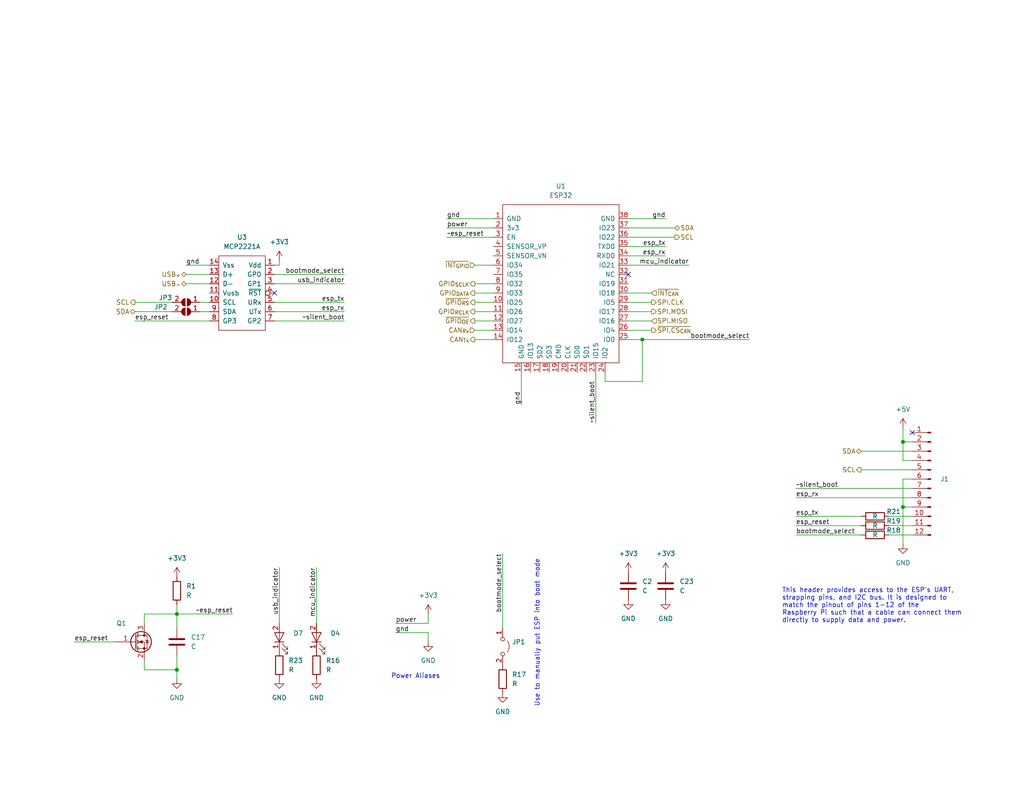
<source format=kicad_sch>
(kicad_sch (version 20210621) (generator eeschema)
  (paper "A")
  (title_block (date "2021-08-07") (rev "0.2.1"))
  (lib_symbols
    (symbol "Connector:Conn_01x12_Male" (pin_names (offset 1.016) hide)
      (property "Reference" "J" (at 0 15.24 0))
      (property "Value" "Conn_01x12_Male" (at 0 -17.78 0))
      (symbol "Conn_01x12_Male_1_1"
        (rectangle (start 0.8636 -15.113) (end 0 -15.367) (stroke (width 0.1524)) (fill (type outline)))
        (rectangle (start 0.8636 -12.573) (end 0 -12.827) (stroke (width 0.1524)) (fill (type outline)))
        (rectangle (start 0.8636 -10.033) (end 0 -10.287) (stroke (width 0.1524)) (fill (type outline)))
        (rectangle (start 0.8636 -7.493) (end 0 -7.747) (stroke (width 0.1524)) (fill (type outline)))
        (rectangle (start 0.8636 -4.953) (end 0 -5.207) (stroke (width 0.1524)) (fill (type outline)))
        (rectangle (start 0.8636 -2.413) (end 0 -2.667) (stroke (width 0.1524)) (fill (type outline)))
        (rectangle (start 0.8636 0.127) (end 0 -0.127) (stroke (width 0.1524)) (fill (type outline)))
        (rectangle (start 0.8636 2.667) (end 0 2.413) (stroke (width 0.1524)) (fill (type outline)))
        (rectangle (start 0.8636 5.207) (end 0 4.953) (stroke (width 0.1524)) (fill (type outline)))
        (rectangle (start 0.8636 7.747) (end 0 7.493) (stroke (width 0.1524)) (fill (type outline)))
        (rectangle (start 0.8636 10.287) (end 0 10.033) (stroke (width 0.1524)) (fill (type outline)))
        (rectangle (start 0.8636 12.827) (end 0 12.573) (stroke (width 0.1524)) (fill (type outline)))
        (polyline (pts (xy 1.27 -15.24) (xy 0.8636 -15.24)) (stroke (width 0.1524)))
        (polyline (pts (xy 1.27 -12.7) (xy 0.8636 -12.7)) (stroke (width 0.1524)))
        (polyline (pts (xy 1.27 -10.16) (xy 0.8636 -10.16)) (stroke (width 0.1524)))
        (polyline (pts (xy 1.27 -7.62) (xy 0.8636 -7.62)) (stroke (width 0.1524)))
        (polyline (pts (xy 1.27 -5.08) (xy 0.8636 -5.08)) (stroke (width 0.1524)))
        (polyline (pts (xy 1.27 -2.54) (xy 0.8636 -2.54)) (stroke (width 0.1524)))
        (polyline (pts (xy 1.27 0) (xy 0.8636 0)) (stroke (width 0.1524)))
        (polyline (pts (xy 1.27 2.54) (xy 0.8636 2.54)) (stroke (width 0.1524)))
        (polyline (pts (xy 1.27 5.08) (xy 0.8636 5.08)) (stroke (width 0.1524)))
        (polyline (pts (xy 1.27 7.62) (xy 0.8636 7.62)) (stroke (width 0.1524)))
        (polyline (pts (xy 1.27 10.16) (xy 0.8636 10.16)) (stroke (width 0.1524)))
        (polyline (pts (xy 1.27 12.7) (xy 0.8636 12.7)) (stroke (width 0.1524)))
        (pin passive line (at 5.08 12.7 180) (length 3.81) (name "Pin_1") (number "1"))
        (pin passive line (at 5.08 -10.16 180) (length 3.81) (name "Pin_10") (number "10"))
        (pin passive line (at 5.08 -12.7 180) (length 3.81) (name "Pin_11") (number "11"))
        (pin passive line (at 5.08 -15.24 180) (length 3.81) (name "Pin_12") (number "12"))
        (pin passive line (at 5.08 10.16 180) (length 3.81) (name "Pin_2") (number "2"))
        (pin passive line (at 5.08 7.62 180) (length 3.81) (name "Pin_3") (number "3"))
        (pin passive line (at 5.08 5.08 180) (length 3.81) (name "Pin_4") (number "4"))
        (pin passive line (at 5.08 2.54 180) (length 3.81) (name "Pin_5") (number "5"))
        (pin passive line (at 5.08 0 180) (length 3.81) (name "Pin_6") (number "6"))
        (pin passive line (at 5.08 -2.54 180) (length 3.81) (name "Pin_7") (number "7"))
        (pin passive line (at 5.08 -5.08 180) (length 3.81) (name "Pin_8") (number "8"))
        (pin passive line (at 5.08 -7.62 180) (length 3.81) (name "Pin_9") (number "9"))
      )
    )
    (symbol "Device:C" (pin_numbers hide) (pin_names (offset 0.254))
      (property "Reference" "C" (at 0.635 2.54 0))
      (property "Value" "C" (at 0.635 -2.54 0))
      (symbol "C_0_1"
        (polyline (pts (xy -2.032 -0.762) (xy 2.032 -0.762)) (stroke (width 0.508)))
        (polyline (pts (xy -2.032 0.762) (xy 2.032 0.762)) (stroke (width 0.508)))
      )
      (symbol "C_1_1"
        (pin passive line (at 0 3.81 270) (length 2.794) (name "~") (number "1"))
        (pin passive line (at 0 -3.81 90) (length 2.794) (name "~") (number "2"))
      )
    )
    (symbol "Device:R" (pin_numbers hide) (pin_names (offset 0))
      (property "Reference" "R" (at 2.032 0 90))
      (property "Value" "R" (at 0 0 90))
      (symbol "R_0_1"
        (rectangle (start -1.016 -2.54) (end 1.016 2.54) (stroke (width 0.254)))
      )
      (symbol "R_1_1"
        (pin passive line (at 0 3.81 270) (length 1.27) (name "~") (number "1"))
        (pin passive line (at 0 -3.81 90) (length 1.27) (name "~") (number "2"))
      )
    )
    (symbol "Jumper:Jumper_2_Open" (pin_names (offset 0) hide)
      (property "Reference" "JP" (at 0 2.794 0))
      (property "Value" "Jumper_2_Open" (at 0 -2.286 0))
      (symbol "Jumper_2_Open_0_0"
        (circle (center -2.032 0) (radius 0.508))
        (circle (center 2.032 0) (radius 0.508))
      )
      (symbol "Jumper_2_Open_0_1"
        (arc (start -1.524 1.27) (end 1.524 1.27) (radius (at 0 -0.762) (length 2.54) (angles 126.9 53.1)))
      )
      (symbol "Jumper_2_Open_1_1"
        (pin passive line (at -5.08 0 0) (length 2.54) (name "A") (number "1"))
        (pin passive line (at 5.08 0 180) (length 2.54) (name "B") (number "2"))
      )
    )
    (symbol "Jumper:SolderJumper_2_Open" (pin_names (offset 0) hide)
      (property "Reference" "JP" (at 0 2.032 0))
      (property "Value" "SolderJumper_2_Open" (at 0 -2.54 0))
      (symbol "SolderJumper_2_Open_0_1"
        (arc (start -0.254 1.016) (end -0.254 -1.016) (radius (at -0.254 0) (length 1.016) (angles 90.1 -90.1)))
        (arc (start 0.254 -1.016) (end 0.254 1.016) (radius (at 0.254 0) (length 1.016) (angles -89.9 89.9)))
        (arc (start -0.254 1.016) (end -0.254 -1.016) (radius (at -0.254 0) (length 1.016) (angles 90.1 -90.1)) (fill (type outline)))
        (arc (start 0.254 -1.016) (end 0.254 1.016) (radius (at 0.254 0) (length 1.016) (angles -89.9 89.9)) (fill (type outline)))
        (polyline (pts (xy -0.254 1.016) (xy -0.254 -1.016)))
        (polyline (pts (xy 0.254 1.016) (xy 0.254 -1.016)))
      )
      (symbol "SolderJumper_2_Open_1_1"
        (pin passive line (at -3.81 0 0) (length 2.54) (name "A") (number "1"))
        (pin passive line (at 3.81 0 180) (length 2.54) (name "B") (number "2"))
      )
    )
    (symbol "ecafe-racer:DMN62D0U-7" (pin_names (offset 1.016) hide)
      (property "Reference" "Q" (at -8.89 17.78 0))
      (property "Value" "DMN62D0U-7" (at -1.27 17.78 0))
      (symbol "DMN62D0U-7_1_1"
        (circle (center -0.889 0) (radius 2.8194) (stroke (width 0.254)))
        (circle (center 0 -1.778) (radius 0.2794) (fill (type outline)))
        (circle (center 0 1.778) (radius 0.2794) (fill (type outline)))
        (polyline (pts (xy -2.4892 0) (xy -2.286 0)))
        (polyline (pts (xy -1.778 -1.778) (xy 0 -1.778)))
        (polyline (pts (xy -1.778 -1.27) (xy -1.778 -2.286)) (stroke (width 0.254)))
        (polyline (pts (xy -1.778 0) (xy 0 0)))
        (polyline (pts (xy -1.778 0.508) (xy -1.778 -0.508)) (stroke (width 0.254)))
        (polyline (pts (xy -1.778 1.778) (xy 0 1.778)))
        (polyline (pts (xy -1.778 2.286) (xy -1.778 1.27)) (stroke (width 0.254)))
        (polyline (pts (xy 0 -1.778) (xy 0 -2.54)))
        (polyline (pts (xy 0 -1.778) (xy 0 0)))
        (polyline (pts (xy 0 2.54) (xy 0 1.778)))
        (polyline (pts (xy -2.286 1.905) (xy -2.286 -1.905) (xy -2.286 -1.905)) (stroke (width 0.254)))
        (polyline (pts (xy 0 -1.778) (xy 0.762 -1.778) (xy 0.762 1.778) (xy 0 1.778)))
        (polyline (pts (xy 0.254 0.508) (xy 0.381 0.381) (xy 1.143 0.381) (xy 1.27 0.254)))
        (polyline (pts (xy 0.762 0.381) (xy 0.381 -0.254) (xy 1.143 -0.254) (xy 0.762 0.381)))
        (polyline (pts (xy -1.524 0) (xy -0.508 0.381) (xy -0.508 -0.381) (xy -1.524 0)) (fill (type outline)))
        (pin input line (at -7.62 0 0) (length 5.08) (name "G") (number "1"))
        (pin passive line (at 0 -5.08 90) (length 2.54) (name "S") (number "2"))
        (pin passive line (at 0 5.08 270) (length 2.54) (name "D") (number "3"))
      )
    )
    (symbol "ecafe-racer:ESP32" (pin_names (offset 1.016))
      (property "Reference" "U" (at -6.604 24.892 0))
      (property "Value" "ESP32" (at -12.954 24.892 0))
      (symbol "ESP32_0_1"
        (rectangle (start -16.51 22.86) (end 15.24 -20.32))
      )
      (symbol "ESP32_1_1"
        (pin input line (at -19.05 19.05 0) (length 2.54) (name "GND") (number "1"))
        (pin input line (at -19.05 -3.81 0) (length 2.54) (name "IO25") (number "10"))
        (pin input line (at -19.05 -6.35 0) (length 2.54) (name "IO26") (number "11"))
        (pin input line (at -19.05 -8.89 0) (length 2.54) (name "IO27") (number "12"))
        (pin input line (at -19.05 -11.43 0) (length 2.54) (name "IO14") (number "13"))
        (pin input line (at -19.05 -13.97 0) (length 2.54) (name "IO12") (number "14"))
        (pin input line (at -11.43 -22.86 90) (length 2.54) (name "GND") (number "15"))
        (pin input line (at -8.89 -22.86 90) (length 2.54) (name "IO13") (number "16"))
        (pin input line (at -6.35 -22.86 90) (length 2.54) (name "SD2") (number "17"))
        (pin input line (at -3.81 -22.86 90) (length 2.54) (name "SD3") (number "18"))
        (pin input line (at -1.27 -22.86 90) (length 2.54) (name "CMD") (number "19"))
        (pin input line (at -19.05 16.51 0) (length 2.54) (name "3v3") (number "2"))
        (pin input line (at 1.27 -22.86 90) (length 2.54) (name "CLK") (number "20"))
        (pin input line (at 3.81 -22.86 90) (length 2.54) (name "SD0") (number "21"))
        (pin input line (at 6.35 -22.86 90) (length 2.54) (name "SD1") (number "22"))
        (pin input line (at 8.89 -22.86 90) (length 2.54) (name "IO15") (number "23"))
        (pin input line (at 11.43 -22.86 90) (length 2.54) (name "IO2") (number "24"))
        (pin input line (at 17.78 -13.97 180) (length 2.54) (name "IO0") (number "25"))
        (pin input line (at 17.78 -11.43 180) (length 2.54) (name "IO4") (number "26"))
        (pin input line (at 17.78 -8.89 180) (length 2.54) (name "IO16") (number "27"))
        (pin input line (at 17.78 -6.35 180) (length 2.54) (name "IO17") (number "28"))
        (pin input line (at 17.78 -3.81 180) (length 2.54) (name "IO5") (number "29"))
        (pin input line (at -19.05 13.97 0) (length 2.54) (name "EN") (number "3"))
        (pin input line (at 17.78 -1.27 180) (length 2.54) (name "IO18") (number "30"))
        (pin input line (at 17.78 1.27 180) (length 2.54) (name "IO19") (number "31"))
        (pin input line (at 17.78 3.81 180) (length 2.54) (name "NC") (number "32"))
        (pin input line (at 17.78 6.35 180) (length 2.54) (name "IO21") (number "33"))
        (pin input line (at 17.78 8.89 180) (length 2.54) (name "RXD0") (number "34"))
        (pin input line (at 17.78 11.43 180) (length 2.54) (name "TXD0") (number "35"))
        (pin input line (at 17.78 13.97 180) (length 2.54) (name "IO22") (number "36"))
        (pin input line (at 17.78 16.51 180) (length 2.54) (name "IO23") (number "37"))
        (pin input line (at 17.78 19.05 180) (length 2.54) (name "GND") (number "38"))
        (pin input line (at -19.05 11.43 0) (length 2.54) (name "SENSOR_VP") (number "4"))
        (pin input line (at -19.05 8.89 0) (length 2.54) (name "SENSOR_VN") (number "5"))
        (pin input line (at -19.05 6.35 0) (length 2.54) (name "IO34") (number "6"))
        (pin input line (at -19.05 3.81 0) (length 2.54) (name "IO35") (number "7"))
        (pin input line (at -19.05 1.27 0) (length 2.54) (name "IO32") (number "8"))
        (pin input line (at -19.05 -1.27 0) (length 2.54) (name "IO33") (number "9"))
      )
    )
    (symbol "ecafe-racer:LED_Green" (pin_names (offset 1.016))
      (property "Reference" "D" (at 3.81 3.81 0))
      (property "Value" "LED_Green" (at -3.81 3.81 0))
      (symbol "LED_Green_1_1"
        (polyline (pts (xy -1.27 -1.27) (xy -1.27 1.27)) (stroke (width 0.2032)))
        (polyline (pts (xy -1.27 0) (xy 1.27 0)))
        (polyline (pts (xy 1.27 -1.27) (xy 1.27 1.27) (xy -1.27 0) (xy 1.27 -1.27)) (stroke (width 0.2032)))
        (polyline (pts (xy -3.048 -0.762) (xy -4.572 -2.286) (xy -3.81 -2.286) (xy -4.572 -2.286) (xy -4.572 -1.524)))
        (polyline (pts (xy -1.778 -0.762) (xy -3.302 -2.286) (xy -2.54 -2.286) (xy -3.302 -2.286) (xy -3.302 -1.524)))
        (pin passive line (at -3.81 0 0) (length 2.54) (name "~") (number "1"))
        (pin passive line (at 3.81 0 180) (length 2.54) (name "~") (number "2"))
      )
    )
    (symbol "ecafe-racer:MCP2221A" (pin_names (offset 1.016))
      (property "Reference" "U" (at 6.35 12.7 0))
      (property "Value" "MCP2221A" (at -1.27 12.7 0))
      (symbol "MCP2221A_0_1"
        (rectangle (start -6.35 10.16) (end 6.35 -10.16))
      )
      (symbol "MCP2221A_1_1"
        (pin power_in line (at -8.89 7.62 0) (length 2.54) (name "Vdd") (number "1"))
        (pin output line (at 8.89 -2.54 180) (length 2.54) (name "SCL") (number "10"))
        (pin power_out line (at 8.89 0 180) (length 2.54) (name "Vusb") (number "11"))
        (pin bidirectional line (at 8.89 2.54 180) (length 2.54) (name "D-") (number "12"))
        (pin bidirectional line (at 8.89 5.08 180) (length 2.54) (name "D+") (number "13"))
        (pin power_in line (at 8.89 7.62 180) (length 2.54) (name "Vss") (number "14"))
        (pin output line (at -8.89 5.08 0) (length 2.54) (name "GP0") (number "2"))
        (pin output line (at -8.89 2.54 0) (length 2.54) (name "GP1") (number "3"))
        (pin input inverted (at -8.89 0 0) (length 2.54) (name "~{RST}") (number "4"))
        (pin input line (at -8.89 -2.54 0) (length 2.54) (name "URx") (number "5"))
        (pin output line (at -8.89 -5.08 0) (length 2.54) (name "UTx") (number "6"))
        (pin output line (at -8.89 -7.62 0) (length 2.54) (name "GP2") (number "7"))
        (pin output line (at 8.89 -7.62 180) (length 2.54) (name "GP3") (number "8"))
        (pin bidirectional line (at 8.89 -5.08 180) (length 2.54) (name "SDA") (number "9"))
      )
    )
    (symbol "power:+3.3V" (power) (pin_names (offset 0))
      (property "Value" "+3.3V" (at 0 3.556 0))
      (symbol "+3.3V_0_1"
        (polyline (pts (xy -0.762 1.27) (xy 0 2.54)))
        (polyline (pts (xy 0 0) (xy 0 2.54)))
        (polyline (pts (xy 0 2.54) (xy 0.762 1.27)))
      )
      (symbol "+3.3V_1_1"
        (pin power_in line (at 0 0 90) (length 0) hide (name "+3V3") (number "1"))
      )
    )
    (symbol "power:+5V" (power) (pin_names (offset 0))
      (property "Value" "+5V" (at 0 3.556 0))
      (symbol "+5V_0_1"
        (polyline (pts (xy -0.762 1.27) (xy 0 2.54)))
        (polyline (pts (xy 0 0) (xy 0 2.54)))
        (polyline (pts (xy 0 2.54) (xy 0.762 1.27)))
      )
      (symbol "+5V_1_1"
        (pin power_in line (at 0 0 90) (length 0) hide (name "+5V") (number "1"))
      )
    )
    (symbol "power:GND" (power) (pin_names (offset 0))
      (property "Value" "GND" (at 0 -3.81 0))
      (symbol "GND_0_1"
        (polyline (pts (xy 0 0) (xy 0 -1.27) (xy 1.27 -1.27) (xy 0 -2.54) (xy -1.27 -1.27) (xy 0 -1.27)))
      )
      (symbol "GND_1_1"
        (pin power_in line (at 0 0 270) (length 0) hide (name "GND") (number "1"))
      )
    )
  )
  (junction (at 48.26 167.64) (diameter 0.9144))
  (junction (at 48.26 182.88) (diameter 0.9144))
  (junction (at 175.26 92.71) (diameter 0.9144))
  (junction (at 246.38 120.65) (diameter 0.9144))
  (junction (at 246.38 138.43) (diameter 0.9144))
  (no_connect (at 74.93 80.01))
  (no_connect (at 171.45 74.93))
  (no_connect (at 248.92 118.11))
  (wire (pts (xy 20.32 175.26) (xy 31.75 175.26)))
  (wire (pts (xy 36.83 82.55) (xy 46.99 82.55)))
  (wire (pts (xy 36.83 85.09) (xy 46.99 85.09)))
  (wire (pts (xy 36.83 87.63) (xy 57.15 87.63)))
  (wire (pts (xy 39.37 167.64) (xy 48.26 167.64)))
  (wire (pts (xy 39.37 170.18) (xy 39.37 167.64)))
  (wire (pts (xy 39.37 180.34) (xy 39.37 182.88)))
  (wire (pts (xy 39.37 182.88) (xy 48.26 182.88)))
  (wire (pts (xy 48.26 165.1) (xy 48.26 167.64)))
  (wire (pts (xy 48.26 167.64) (xy 48.26 171.45)))
  (wire (pts (xy 48.26 167.64) (xy 63.5 167.64)))
  (wire (pts (xy 48.26 182.88) (xy 48.26 179.07)))
  (wire (pts (xy 48.26 182.88) (xy 48.26 185.42)))
  (wire (pts (xy 50.8 72.39) (xy 57.15 72.39)))
  (wire (pts (xy 50.8 74.93) (xy 57.15 74.93)))
  (wire (pts (xy 50.8 77.47) (xy 57.15 77.47)))
  (wire (pts (xy 57.15 82.55) (xy 54.61 82.55)))
  (wire (pts (xy 57.15 85.09) (xy 54.61 85.09)))
  (wire (pts (xy 74.93 72.39) (xy 76.2 72.39)))
  (wire (pts (xy 74.93 74.93) (xy 93.98 74.93)))
  (wire (pts (xy 74.93 77.47) (xy 93.98 77.47)))
  (wire (pts (xy 74.93 82.55) (xy 93.98 82.55)))
  (wire (pts (xy 74.93 85.09) (xy 93.98 85.09)))
  (wire (pts (xy 74.93 87.63) (xy 93.98 87.63)))
  (wire (pts (xy 76.2 71.12) (xy 76.2 72.39)))
  (wire (pts (xy 76.2 154.94) (xy 76.2 170.18)))
  (wire (pts (xy 86.36 154.94) (xy 86.36 170.18)))
  (wire (pts (xy 107.95 170.18) (xy 116.84 170.18)))
  (wire (pts (xy 107.95 172.72) (xy 116.84 172.72)))
  (wire (pts (xy 116.84 167.64) (xy 116.84 170.18)))
  (wire (pts (xy 116.84 175.26) (xy 116.84 172.72)))
  (wire (pts (xy 121.92 59.69) (xy 134.62 59.69)))
  (wire (pts (xy 121.92 62.23) (xy 134.62 62.23)))
  (wire (pts (xy 121.92 64.77) (xy 134.62 64.77)))
  (wire (pts (xy 129.54 72.39) (xy 134.62 72.39)))
  (wire (pts (xy 134.62 77.47) (xy 129.54 77.47)))
  (wire (pts (xy 134.62 80.01) (xy 129.54 80.01)))
  (wire (pts (xy 134.62 82.55) (xy 129.54 82.55)))
  (wire (pts (xy 134.62 85.09) (xy 129.54 85.09)))
  (wire (pts (xy 134.62 87.63) (xy 129.54 87.63)))
  (wire (pts (xy 134.62 90.17) (xy 129.54 90.17)))
  (wire (pts (xy 134.62 92.71) (xy 129.54 92.71)))
  (wire (pts (xy 137.16 151.13) (xy 137.16 171.45)))
  (wire (pts (xy 142.24 101.6) (xy 142.24 110.49)))
  (wire (pts (xy 162.56 101.6) (xy 162.56 115.57)))
  (wire (pts (xy 165.1 101.6) (xy 165.1 104.14)))
  (wire (pts (xy 165.1 104.14) (xy 175.26 104.14)))
  (wire (pts (xy 171.45 59.69) (xy 181.61 59.69)))
  (wire (pts (xy 171.45 62.23) (xy 184.15 62.23)))
  (wire (pts (xy 171.45 64.77) (xy 184.15 64.77)))
  (wire (pts (xy 171.45 67.31) (xy 181.61 67.31)))
  (wire (pts (xy 171.45 69.85) (xy 181.61 69.85)))
  (wire (pts (xy 171.45 72.39) (xy 187.96 72.39)))
  (wire (pts (xy 171.45 92.71) (xy 175.26 92.71)))
  (wire (pts (xy 175.26 92.71) (xy 204.47 92.71)))
  (wire (pts (xy 175.26 104.14) (xy 175.26 92.71)))
  (wire (pts (xy 177.8 80.01) (xy 171.45 80.01)))
  (wire (pts (xy 177.8 82.55) (xy 171.45 82.55)))
  (wire (pts (xy 177.8 85.09) (xy 171.45 85.09)))
  (wire (pts (xy 177.8 87.63) (xy 171.45 87.63)))
  (wire (pts (xy 177.8 90.17) (xy 171.45 90.17)))
  (wire (pts (xy 217.17 133.35) (xy 248.92 133.35)))
  (wire (pts (xy 217.17 135.89) (xy 248.92 135.89)))
  (wire (pts (xy 217.17 140.97) (xy 234.95 140.97)))
  (wire (pts (xy 217.17 143.51) (xy 234.95 143.51)))
  (wire (pts (xy 217.17 146.05) (xy 234.95 146.05)))
  (wire (pts (xy 234.95 123.19) (xy 248.92 123.19)))
  (wire (pts (xy 234.95 128.27) (xy 248.92 128.27)))
  (wire (pts (xy 242.57 140.97) (xy 248.92 140.97)))
  (wire (pts (xy 242.57 143.51) (xy 248.92 143.51)))
  (wire (pts (xy 242.57 146.05) (xy 248.92 146.05)))
  (wire (pts (xy 246.38 116.84) (xy 246.38 120.65)))
  (wire (pts (xy 246.38 120.65) (xy 248.92 120.65)))
  (wire (pts (xy 246.38 125.73) (xy 246.38 120.65)))
  (wire (pts (xy 246.38 130.81) (xy 246.38 138.43)))
  (wire (pts (xy 246.38 138.43) (xy 246.38 148.59)))
  (wire (pts (xy 246.38 138.43) (xy 248.92 138.43)))
  (wire (pts (xy 248.92 125.73) (xy 246.38 125.73)))
  (wire (pts (xy 248.92 130.81) (xy 246.38 130.81)))
  (text "Power Aliases" (at 106.68 185.42 0) (effects (font (size 1.27 1.27)) (justify left bottom)))
  (text "Use to manually put ESP into boot mode" (at 147.32 193.04 90) (effects (font (size 1.27 1.27)) (justify left bottom)))
  (text "This header provides access to the ESP's UART,\nstrapping pins, and I2C bus. It is designed to\nmatch the pinout of pins 1-12 of the\nRaspberry Pi such that a cable can connect them\ndirectly to supply data and power." (at 213.36 170.18 0) (effects (font (size 1.27 1.27)) (justify left bottom)))
  (label "esp_reset" (at 20.32 175.26 0))
  (label "esp_reset" (at 36.83 87.63 0))
  (label "gnd" (at 50.8 72.39 0))
  (label "~esp_reset" (at 63.5 167.64 180))
  (label "usb_indicator" (at 76.2 154.94 270))
  (label "mcu_indicator" (at 86.36 154.94 270))
  (label "bootmode_select" (at 93.98 74.93 180))
  (label "usb_indicator" (at 93.98 77.47 180))
  (label "esp_tx" (at 93.98 82.55 180))
  (label "esp_rx" (at 93.98 85.09 180))
  (label "~silent_boot" (at 93.98 87.63 180))
  (label "power" (at 107.95 170.18 0))
  (label "gnd" (at 107.95 172.72 0))
  (label "gnd" (at 121.92 59.69 0))
  (label "power" (at 121.92 62.23 0))
  (label "~esp_reset" (at 121.92 64.77 0))
  (label "bootmode_select" (at 137.16 151.13 270))
  (label "gnd" (at 142.24 110.49 90))
  (label "~silent_boot" (at 162.56 115.57 90))
  (label "gnd" (at 181.61 59.69 180))
  (label "esp_tx" (at 181.61 67.31 180))
  (label "esp_rx" (at 181.61 69.85 180))
  (label "mcu_indicator" (at 187.96 72.39 180))
  (label "bootmode_select" (at 204.47 92.71 180))
  (label "~silent_boot" (at 217.17 133.35 0))
  (label "esp_rx" (at 217.17 135.89 0))
  (label "esp_tx" (at 217.17 140.97 0))
  (label "esp_reset" (at 217.17 143.51 0))
  (label "bootmode_select" (at 217.17 146.05 0))
  (hierarchical_label "SCL" (shape output) (at 36.83 82.55 180))
  (hierarchical_label "SDA" (shape bidirectional) (at 36.83 85.09 180))
  (hierarchical_label "USB_{+}" (shape bidirectional) (at 50.8 74.93 180))
  (hierarchical_label "USB_{-}" (shape bidirectional) (at 50.8 77.47 180))
  (hierarchical_label "~{INT_{GPIO}}" (shape input) (at 129.54 72.39 180))
  (hierarchical_label "GPIO_{SCLK}" (shape output) (at 129.54 77.47 180))
  (hierarchical_label "GPIO_{DATA}" (shape output) (at 129.54 80.01 180))
  (hierarchical_label "~{GPIO_{RS}}" (shape output) (at 129.54 82.55 180))
  (hierarchical_label "GPIO_{RCLK}" (shape output) (at 129.54 85.09 180))
  (hierarchical_label "~{GPIO_{OE}}" (shape output) (at 129.54 87.63 180))
  (hierarchical_label "CAN_{Rx}" (shape input) (at 129.54 90.17 180))
  (hierarchical_label "CAN_{Tx}" (shape output) (at 129.54 92.71 180))
  (hierarchical_label "~{INT_{CAN}}" (shape input) (at 177.8 80.01 0))
  (hierarchical_label "SPI.CLK" (shape output) (at 177.8 82.55 0))
  (hierarchical_label "SPI.MOSI" (shape output) (at 177.8 85.09 0))
  (hierarchical_label "SPI.MISO" (shape input) (at 177.8 87.63 0))
  (hierarchical_label "~{SPI.CS_{CAN}}" (shape output) (at 177.8 90.17 0))
  (hierarchical_label "SDA" (shape bidirectional) (at 184.15 62.23 0))
  (hierarchical_label "SCL" (shape output) (at 184.15 64.77 0))
  (hierarchical_label "SDA" (shape bidirectional) (at 234.95 123.19 180))
  (hierarchical_label "SCL" (shape output) (at 234.95 128.27 180))
  (symbol (lib_id "power:+3.3V") (at 48.26 157.48 0) (unit 1)
    (property "Reference" "#PWR0105" (effects hide))
    (property "Value" "+3.3V" (at 48.26 152.4 0))
  )
  (symbol (lib_id "power:+3.3V") (at 76.2 71.12 0) (unit 1)
    (property "Reference" "#PWR0112" (effects hide))
    (property "Value" "+3.3V" (at 76.2 66.04 0))
  )
  (symbol (lib_id "power:+3.3V") (at 116.84 167.64 0) (unit 1)
    (property "Reference" "#PWR0107" (effects hide))
    (property "Value" "+3.3V" (at 116.84 162.56 0))
  )
  (symbol (lib_id "power:+3.3V") (at 171.45 156.21 0) (unit 1)
    (property "Reference" "#PWR0119" (effects hide))
    (property "Value" "+3.3V" (at 171.45 151.13 0))
  )
  (symbol (lib_id "power:+3.3V") (at 181.61 156.21 0) (unit 1)
    (property "Reference" "#PWR0116" (effects hide))
    (property "Value" "+3.3V" (at 181.61 151.13 0))
  )
  (symbol (lib_id "power:+5V") (at 246.38 116.84 0) (unit 1)
    (property "Reference" "#PWR0148" (effects hide))
    (property "Value" "+5V" (at 246.38 111.76 0))
  )
  (symbol (lib_id "power:GND") (at 48.26 185.42 0) (unit 1)
    (property "Reference" "#PWR0110" (effects hide))
    (property "Value" "GND" (at 48.26 190.5 0))
  )
  (symbol (lib_id "power:GND") (at 76.2 185.42 0) (unit 1)
    (property "Reference" "#PWR0113" (effects hide))
    (property "Value" "GND" (at 76.2 190.5 0))
  )
  (symbol (lib_id "power:GND") (at 86.36 185.42 0) (unit 1)
    (property "Reference" "#PWR0114" (effects hide))
    (property "Value" "GND" (at 86.36 190.5 0))
  )
  (symbol (lib_id "power:GND") (at 116.84 175.26 0) (unit 1)
    (property "Reference" "#PWR0108" (effects hide))
    (property "Value" "GND" (at 116.84 180.34 0))
  )
  (symbol (lib_id "power:GND") (at 137.16 189.23 0) (unit 1)
    (property "Reference" "#PWR0144" (effects hide))
    (property "Value" "GND" (at 137.16 194.31 0))
  )
  (symbol (lib_id "power:GND") (at 171.45 163.83 0) (unit 1)
    (property "Reference" "#PWR0117" (effects hide))
    (property "Value" "GND" (at 171.45 168.91 0))
  )
  (symbol (lib_id "power:GND") (at 181.61 163.83 0) (unit 1)
    (property "Reference" "#PWR0118" (effects hide))
    (property "Value" "GND" (at 181.61 168.91 0))
  )
  (symbol (lib_id "power:GND") (at 246.38 148.59 0) (unit 1)
    (property "Reference" "#PWR0149" (effects hide))
    (property "Value" "GND" (at 246.38 153.67 0))
  )
  (symbol (lib_id "Jumper:SolderJumper_2_Open") (at 50.8 82.55 180) (unit 1)
    (property "Reference" "JP3" (at 46.99 81.28 0) (effects (justify left)))
    (property "Value" "SolderJumper_2_Open" (effects hide))
    (property "Footprint" "Jumper:SolderJumper-2_P1.3mm_Open_RoundedPad1.0x1.5mm" (effects hide))
  )
  (symbol (lib_id "Jumper:SolderJumper_2_Open") (at 50.8 85.09 180) (unit 1)
    (property "Reference" "JP2" (at 45.72 83.82 0) (effects (justify left)))
    (property "Value" "SolderJumper_2_Open" (effects hide))
    (property "Footprint" "Jumper:SolderJumper-2_P1.3mm_Open_RoundedPad1.0x1.5mm" (effects hide))
  )
  (symbol (lib_id "Device:R") (at 48.26 161.29 0) (unit 1)
    (property "Reference" "R1" (at 50.8 160.0199 0) (effects (justify left)))
    (property "Value" "R" (at 50.8 162.5599 0) (effects (justify left)))
    (property "Footprint" "Resistor_SMD:R_0805_2012Metric" (effects hide))
  )
  (symbol (lib_id "Device:R") (at 76.2 181.61 0) (unit 1)
    (property "Reference" "R23" (at 78.74 180.3399 0) (effects (justify left)))
    (property "Value" "R" (at 78.74 182.8799 0) (effects (justify left)))
    (property "Footprint" "Resistor_SMD:R_0805_2012Metric" (effects hide))
  )
  (symbol (lib_id "Device:R") (at 86.36 181.61 0) (unit 1)
    (property "Reference" "R16" (at 88.9 180.3399 0) (effects (justify left)))
    (property "Value" "R" (at 88.9 182.8799 0) (effects (justify left)))
    (property "Footprint" "Resistor_SMD:R_0805_2012Metric" (effects hide))
  )
  (symbol (lib_id "Device:R") (at 137.16 185.42 0) (unit 1)
    (property "Reference" "R17" (at 139.7 184.1499 0) (effects (justify left)))
    (property "Value" "R" (at 139.7 186.6899 0) (effects (justify left)))
    (property "Footprint" "Resistor_SMD:R_0805_2012Metric" (effects hide))
  )
  (symbol (lib_id "Device:R") (at 238.76 140.97 90) (unit 1)
    (property "Reference" "R21" (at 243.84 139.7 90))
    (property "Value" "R" (at 238.76 140.97 90))
    (property "Footprint" "Resistor_SMD:R_0805_2012Metric" (effects hide))
  )
  (symbol (lib_id "Device:R") (at 238.76 143.51 90) (unit 1)
    (property "Reference" "R19" (at 243.84 142.24 90))
    (property "Value" "R" (at 238.76 143.51 90))
    (property "Footprint" "Resistor_SMD:R_0805_2012Metric" (effects hide))
  )
  (symbol (lib_id "Device:R") (at 238.76 146.05 90) (unit 1)
    (property "Reference" "R18" (at 243.84 144.78 90))
    (property "Value" "R" (at 238.76 146.05 90))
    (property "Footprint" "Resistor_SMD:R_0805_2012Metric" (effects hide))
  )
  (symbol (lib_id "Jumper:Jumper_2_Open") (at 137.16 176.53 270) (unit 1)
    (property "Reference" "JP1" (at 139.7 175.2599 90) (effects (justify left)))
    (property "Value" "Jumper_2_Open" (effects hide))
    (property "Footprint" "Connector_PinHeader_2.54mm:PinHeader_1x02_P2.54mm_Vertical" (effects hide))
  )
  (symbol (lib_id "ecafe-racer:LED_Green") (at 76.2 173.99 90) (unit 1)
    (property "Reference" "D7" (at 80.01 172.9104 90) (effects (justify right)))
    (property "Value" "LED_Green" (effects hide))
    (property "Footprint" "LED_SMD:LED_0805_2012Metric_Pad1.15x1.40mm_HandSolder" (effects hide))
    (property "Datasheet" "https://vcclite.com/wp-content/uploads/wpallimport/files/files/CMD1721Seriesver3.pdf" (effects hide))
    (property "Vendor" "Digikey" (effects hide))
    (property "Vendor Part" "L62405CT-ND" (effects hide))
    (property "Manufacturer" "Visual Communications Company - VCC" (effects hide))
    (property "Manufacturer Part" "CMD17-21VGC/TR8" (effects hide))
  )
  (symbol (lib_id "ecafe-racer:LED_Green") (at 86.36 173.99 90) (unit 1)
    (property "Reference" "D4" (at 90.17 172.9104 90) (effects (justify right)))
    (property "Value" "LED_Green" (effects hide))
    (property "Footprint" "LED_SMD:LED_0805_2012Metric_Pad1.15x1.40mm_HandSolder" (effects hide))
    (property "Datasheet" "https://vcclite.com/wp-content/uploads/wpallimport/files/files/CMD1721Seriesver3.pdf" (effects hide))
    (property "Vendor" "Digikey" (effects hide))
    (property "Vendor Part" "L62405CT-ND" (effects hide))
    (property "Manufacturer" "Visual Communications Company - VCC" (effects hide))
    (property "Manufacturer Part" "CMD17-21VGC/TR8" (effects hide))
  )
  (symbol (lib_id "Device:C") (at 48.26 175.26 0) (unit 1)
    (property "Reference" "C17" (at 52.07 173.9899 0) (effects (justify left)))
    (property "Value" "C" (at 52.07 176.5299 0) (effects (justify left)))
    (property "Footprint" "Capacitor_SMD:C_0805_2012Metric" (effects hide))
  )
  (symbol (lib_id "Device:C") (at 171.45 160.02 0) (unit 1)
    (property "Reference" "C2" (at 175.26 158.7499 0) (effects (justify left)))
    (property "Value" "C" (at 175.26 161.2899 0) (effects (justify left)))
    (property "Footprint" "Capacitor_SMD:C_0805_2012Metric" (effects hide))
  )
  (symbol (lib_id "Device:C") (at 181.61 160.02 0) (unit 1)
    (property "Reference" "C23" (at 185.42 158.7499 0) (effects (justify left)))
    (property "Value" "C" (at 185.42 161.2899 0) (effects (justify left)))
    (property "Footprint" "Capacitor_SMD:C_0805_2012Metric" (effects hide))
  )
  (symbol (lib_id "ecafe-racer:DMN62D0U-7") (at 39.37 175.26 0) (unit 1)
    (property "Reference" "Q1" (at 31.75 170.1799 0) (effects (justify left)))
    (property "Value" "DMN62D0U-7" (effects hide))
    (property "Footprint" "Package_TO_SOT_SMD:SOT-23" (effects hide))
    (property "Datasheet" "https://www.diodes.com/assets/Datasheets/DMN62D0U.pdf" (effects hide))
    (property "Vendor" "Digikey" (effects hide))
    (property "Vendor Part" "DMN62D0U-7DICT-ND" (effects hide))
    (property "Manufacturer" "Diodes Incorporated" (effects hide))
    (property "Manufacturer Part" "DMN62D0U-7" (effects hide))
  )
  (symbol (lib_id "Connector:Conn_01x12_Male") (at 254 130.81 0) (mirror y) (unit 1)
    (property "Reference" "J1" (at 256.54 130.8099 0) (effects (justify right)))
    (property "Value" "Conn_01x12_Male" (effects hide))
    (property "Footprint" "Connector_PinHeader_2.54mm:PinHeader_2x06_P2.54mm_Vertical" (effects hide))
  )
  (symbol (lib_id "ecafe-racer:MCP2221A") (at 66.04 80.01 0) (mirror y) (unit 1)
    (property "Reference" "U3" (at 66.04 64.77 0))
    (property "Value" "MCP2221A" (at 66.04 67.31 0))
    (property "Footprint" "Package_SO:TSSOP-14_4.4x5mm_P0.65mm" (effects hide))
    (property "Datasheet" "https://ww1.microchip.com/downloads/en/DeviceDoc/20005565C.pdf" (effects hide))
    (property "Vendor" "Digikey" (effects hide))
    (property "Vendor Part" "MCP2221AT-I/STCT-ND" (effects hide))
    (property "Manufacturer" "Microchip Technology" (effects hide))
    (property "Manufacturer Part" "MCP2221AT-I/ST" (effects hide))
  )
  (symbol (lib_id "ecafe-racer:ESP32") (at 153.67 78.74 0) (unit 1)
    (property "Reference" "U1" (at 153.035 50.8 0))
    (property "Value" "ESP32" (at 153.035 53.34 0))
    (property "Footprint" "ecafe-racer:MODULE_ESP32-WROOM-32" (effects hide))
    (property "Datasheet" "https://www.espressif.com/sites/default/files/documentation/esp32-wroom-32_datasheet_en.pdf" (effects hide))
    (property "Manufacturer" "Espressif Systems" (effects hide))
    (property "Manufacturer Part" "ESP32-WROOM-32" (effects hide))
    (property "Vendor" "Digikey" (effects hide))
    (property "Vendor Part" "1904-1010-1-ND" (effects hide))
  )
)
</source>
